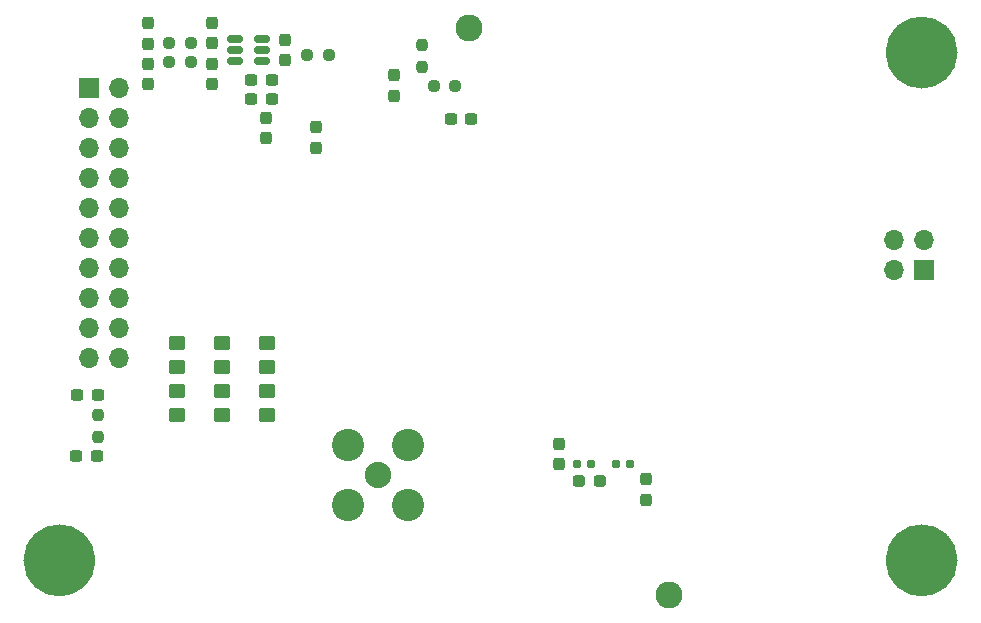
<source format=gbr>
%TF.GenerationSoftware,KiCad,Pcbnew,8.0.9-8.0.9-0~ubuntu22.04.1*%
%TF.CreationDate,2025-06-08T18:36:03+02:00*%
%TF.ProjectId,LO_synth_ADF4351_module,4c4f5f73-796e-4746-985f-414446343335,rev?*%
%TF.SameCoordinates,Original*%
%TF.FileFunction,Soldermask,Bot*%
%TF.FilePolarity,Negative*%
%FSLAX46Y46*%
G04 Gerber Fmt 4.6, Leading zero omitted, Abs format (unit mm)*
G04 Created by KiCad (PCBNEW 8.0.9-8.0.9-0~ubuntu22.04.1) date 2025-06-08 18:36:03*
%MOMM*%
%LPD*%
G01*
G04 APERTURE LIST*
G04 Aperture macros list*
%AMRoundRect*
0 Rectangle with rounded corners*
0 $1 Rounding radius*
0 $2 $3 $4 $5 $6 $7 $8 $9 X,Y pos of 4 corners*
0 Add a 4 corners polygon primitive as box body*
4,1,4,$2,$3,$4,$5,$6,$7,$8,$9,$2,$3,0*
0 Add four circle primitives for the rounded corners*
1,1,$1+$1,$2,$3*
1,1,$1+$1,$4,$5*
1,1,$1+$1,$6,$7*
1,1,$1+$1,$8,$9*
0 Add four rect primitives between the rounded corners*
20,1,$1+$1,$2,$3,$4,$5,0*
20,1,$1+$1,$4,$5,$6,$7,0*
20,1,$1+$1,$6,$7,$8,$9,0*
20,1,$1+$1,$8,$9,$2,$3,0*%
G04 Aperture macros list end*
%ADD10C,3.050000*%
%ADD11C,2.286000*%
%ADD12R,1.700000X1.700000*%
%ADD13O,1.700000X1.700000*%
%ADD14RoundRect,0.250000X-0.450000X0.350000X-0.450000X-0.350000X0.450000X-0.350000X0.450000X0.350000X0*%
%ADD15RoundRect,0.237500X0.237500X-0.300000X0.237500X0.300000X-0.237500X0.300000X-0.237500X-0.300000X0*%
%ADD16RoundRect,0.237500X-0.250000X-0.237500X0.250000X-0.237500X0.250000X0.237500X-0.250000X0.237500X0*%
%ADD17RoundRect,0.237500X-0.237500X0.250000X-0.237500X-0.250000X0.237500X-0.250000X0.237500X0.250000X0*%
%ADD18RoundRect,0.237500X-0.300000X-0.237500X0.300000X-0.237500X0.300000X0.237500X-0.300000X0.237500X0*%
%ADD19RoundRect,0.150000X0.512500X0.150000X-0.512500X0.150000X-0.512500X-0.150000X0.512500X-0.150000X0*%
%ADD20RoundRect,0.237500X-0.237500X0.300000X-0.237500X-0.300000X0.237500X-0.300000X0.237500X0.300000X0*%
%ADD21RoundRect,0.237500X0.300000X0.237500X-0.300000X0.237500X-0.300000X-0.237500X0.300000X-0.237500X0*%
%ADD22RoundRect,0.237500X0.250000X0.237500X-0.250000X0.237500X-0.250000X-0.237500X0.250000X-0.237500X0*%
%ADD23RoundRect,0.237500X-0.237500X0.287500X-0.237500X-0.287500X0.237500X-0.287500X0.237500X0.287500X0*%
%ADD24C,2.240000*%
%ADD25C,2.740000*%
%ADD26RoundRect,0.160000X0.197500X0.160000X-0.197500X0.160000X-0.197500X-0.160000X0.197500X-0.160000X0*%
%ADD27RoundRect,0.237500X0.287500X0.237500X-0.287500X0.237500X-0.287500X-0.237500X0.287500X-0.237500X0*%
G04 APERTURE END LIST*
D10*
X144025000Y-40000000D02*
G75*
G02*
X140975000Y-40000000I-1525000J0D01*
G01*
X140975000Y-40000000D02*
G75*
G02*
X144025000Y-40000000I1525000J0D01*
G01*
X71025000Y-83000000D02*
G75*
G02*
X67975000Y-83000000I-1525000J0D01*
G01*
X67975000Y-83000000D02*
G75*
G02*
X71025000Y-83000000I1525000J0D01*
G01*
X144025000Y-83000000D02*
G75*
G02*
X140975000Y-83000000I-1525000J0D01*
G01*
X140975000Y-83000000D02*
G75*
G02*
X144025000Y-83000000I1525000J0D01*
G01*
D11*
%TO.C,J3*%
X104200000Y-37900000D03*
X121100000Y-85900000D03*
%TD*%
D12*
%TO.C,J1*%
X72000000Y-43000000D03*
D13*
X74540000Y-43000000D03*
X72000000Y-45540000D03*
X74540000Y-45540000D03*
X72000000Y-48080000D03*
X74540000Y-48080000D03*
X72000000Y-50620000D03*
X74540000Y-50620000D03*
X72000000Y-53160000D03*
X74540000Y-53160000D03*
X72000000Y-55700000D03*
X74540000Y-55700000D03*
X72000000Y-58240000D03*
X74540000Y-58240000D03*
X72000000Y-60780000D03*
X74540000Y-60780000D03*
X72000000Y-63320000D03*
X74540000Y-63320000D03*
X72000000Y-65860000D03*
X74540000Y-65860000D03*
%TD*%
D14*
%TO.C,R31*%
X87100000Y-68687500D03*
X87100000Y-70687500D03*
%TD*%
D15*
%TO.C,C110*%
X88600000Y-40662500D03*
X88600000Y-38937500D03*
%TD*%
D16*
%TO.C,R41*%
X90487500Y-40200000D03*
X92312500Y-40200000D03*
%TD*%
D14*
%TO.C,R27*%
X83300000Y-68687500D03*
X83300000Y-70687500D03*
%TD*%
D17*
%TO.C,R39*%
X100200000Y-39387500D03*
X100200000Y-41212500D03*
%TD*%
D18*
%TO.C,C23*%
X71025000Y-69000000D03*
X72750000Y-69000000D03*
%TD*%
D17*
%TO.C,R9*%
X72787500Y-70687500D03*
X72787500Y-72512500D03*
%TD*%
D14*
%TO.C,R30*%
X87100000Y-64600000D03*
X87100000Y-66600000D03*
%TD*%
D19*
%TO.C,U10*%
X86675000Y-38850000D03*
X86675000Y-39800000D03*
X86675000Y-40750000D03*
X84400000Y-40750000D03*
X84400000Y-39800000D03*
X84400000Y-38850000D03*
%TD*%
D15*
%TO.C,C51*%
X119150000Y-77862500D03*
X119150000Y-76137500D03*
%TD*%
D20*
%TO.C,C88*%
X111800000Y-73137500D03*
X111800000Y-74862500D03*
%TD*%
D21*
%TO.C,C116*%
X87462500Y-43900000D03*
X85737500Y-43900000D03*
%TD*%
D15*
%TO.C,C114*%
X82400000Y-42662500D03*
X82400000Y-40937500D03*
%TD*%
%TO.C,C127*%
X87000000Y-47262500D03*
X87000000Y-45537500D03*
%TD*%
D18*
%TO.C,C36*%
X70925000Y-74200000D03*
X72650000Y-74200000D03*
%TD*%
D14*
%TO.C,R28*%
X79500000Y-64600000D03*
X79500000Y-66600000D03*
%TD*%
D22*
%TO.C,R106*%
X103012500Y-42800000D03*
X101187500Y-42800000D03*
%TD*%
D14*
%TO.C,R29*%
X79500000Y-68687500D03*
X79500000Y-70687500D03*
%TD*%
D12*
%TO.C,J101*%
X142675000Y-58375000D03*
D13*
X142675000Y-55835000D03*
X140135000Y-58375000D03*
X140135000Y-55835000D03*
%TD*%
D23*
%TO.C,FB13*%
X91200000Y-46325000D03*
X91200000Y-48075000D03*
%TD*%
D16*
%TO.C,R43*%
X78800000Y-40800000D03*
X80625000Y-40800000D03*
%TD*%
D20*
%TO.C,C113*%
X77000000Y-37537500D03*
X77000000Y-39262500D03*
%TD*%
D14*
%TO.C,R26*%
X83300000Y-64600000D03*
X83300000Y-66600000D03*
%TD*%
D23*
%TO.C,FB10*%
X97800000Y-41925000D03*
X97800000Y-43675000D03*
%TD*%
D24*
%TO.C,J2*%
X96500000Y-75750000D03*
D25*
X93960000Y-73210000D03*
X93960000Y-78290000D03*
X99040000Y-73210000D03*
X99040000Y-78290000D03*
%TD*%
D16*
%TO.C,R42*%
X78800000Y-39200000D03*
X80625000Y-39200000D03*
%TD*%
D21*
%TO.C,C117*%
X87462500Y-42300000D03*
X85737500Y-42300000D03*
%TD*%
D26*
%TO.C,R104*%
X117797500Y-74800000D03*
X116602500Y-74800000D03*
%TD*%
D21*
%TO.C,C44*%
X104362500Y-45600000D03*
X102637500Y-45600000D03*
%TD*%
D15*
%TO.C,C112*%
X77000000Y-42662500D03*
X77000000Y-40937500D03*
%TD*%
D26*
%TO.C,R103*%
X114497500Y-74800000D03*
X113302500Y-74800000D03*
%TD*%
D27*
%TO.C,FB9*%
X115275000Y-76300000D03*
X113525000Y-76300000D03*
%TD*%
D20*
%TO.C,C115*%
X82400000Y-37475000D03*
X82400000Y-39200000D03*
%TD*%
M02*

</source>
